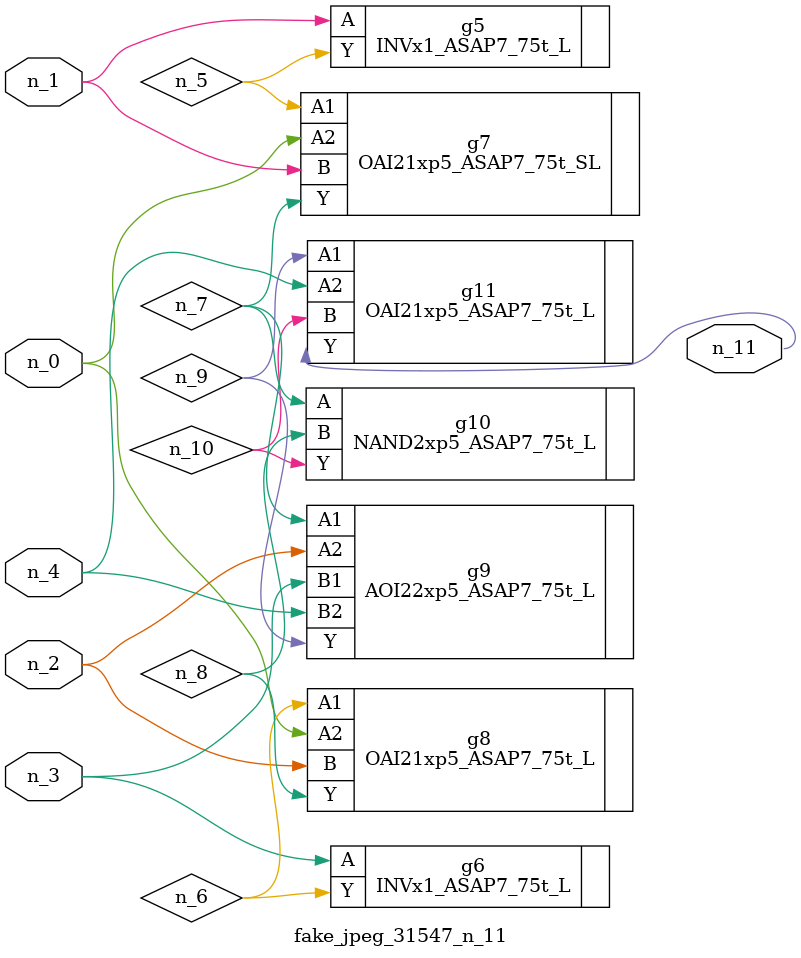
<source format=v>
module fake_jpeg_31547_n_11 (n_3, n_2, n_1, n_0, n_4, n_11);

input n_3;
input n_2;
input n_1;
input n_0;
input n_4;

output n_11;

wire n_10;
wire n_8;
wire n_9;
wire n_6;
wire n_5;
wire n_7;

INVx1_ASAP7_75t_L g5 ( 
.A(n_1),
.Y(n_5)
);

INVx1_ASAP7_75t_L g6 ( 
.A(n_3),
.Y(n_6)
);

OAI21xp5_ASAP7_75t_SL g7 ( 
.A1(n_5),
.A2(n_0),
.B(n_1),
.Y(n_7)
);

NAND2xp5_ASAP7_75t_L g10 ( 
.A(n_7),
.B(n_8),
.Y(n_10)
);

OAI21xp5_ASAP7_75t_L g8 ( 
.A1(n_6),
.A2(n_0),
.B(n_2),
.Y(n_8)
);

AOI22xp5_ASAP7_75t_L g9 ( 
.A1(n_7),
.A2(n_2),
.B1(n_3),
.B2(n_4),
.Y(n_9)
);

OAI21xp5_ASAP7_75t_L g11 ( 
.A1(n_9),
.A2(n_4),
.B(n_10),
.Y(n_11)
);


endmodule
</source>
